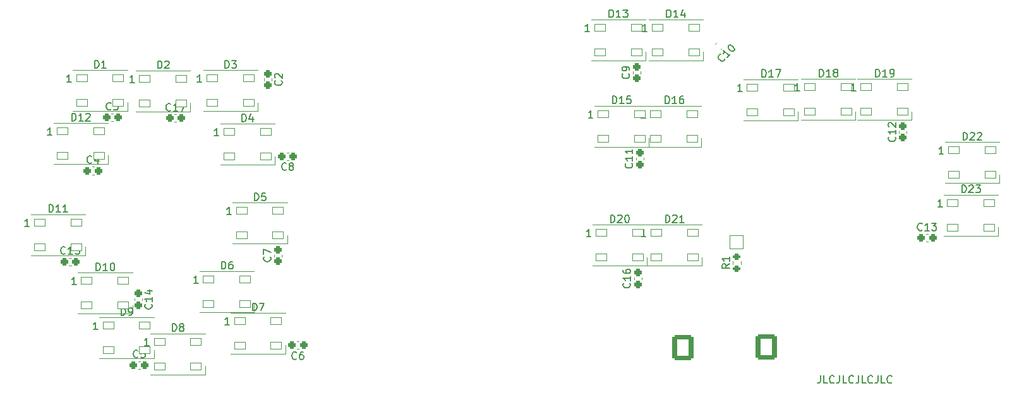
<source format=gbr>
%TF.GenerationSoftware,KiCad,Pcbnew,(6.0.9)*%
%TF.CreationDate,2023-04-01T12:37:20-08:00*%
%TF.ProjectId,FCS PANEL,46435320-5041-44e4-954c-2e6b69636164,3*%
%TF.SameCoordinates,Original*%
%TF.FileFunction,Legend,Top*%
%TF.FilePolarity,Positive*%
%FSLAX46Y46*%
G04 Gerber Fmt 4.6, Leading zero omitted, Abs format (unit mm)*
G04 Created by KiCad (PCBNEW (6.0.9)) date 2023-04-01 12:37:20*
%MOMM*%
%LPD*%
G01*
G04 APERTURE LIST*
G04 Aperture macros list*
%AMRoundRect*
0 Rectangle with rounded corners*
0 $1 Rounding radius*
0 $2 $3 $4 $5 $6 $7 $8 $9 X,Y pos of 4 corners*
0 Add a 4 corners polygon primitive as box body*
4,1,4,$2,$3,$4,$5,$6,$7,$8,$9,$2,$3,0*
0 Add four circle primitives for the rounded corners*
1,1,$1+$1,$2,$3*
1,1,$1+$1,$4,$5*
1,1,$1+$1,$6,$7*
1,1,$1+$1,$8,$9*
0 Add four rect primitives between the rounded corners*
20,1,$1+$1,$2,$3,$4,$5,0*
20,1,$1+$1,$4,$5,$6,$7,0*
20,1,$1+$1,$6,$7,$8,$9,0*
20,1,$1+$1,$8,$9,$2,$3,0*%
G04 Aperture macros list end*
%ADD10C,0.150000*%
%ADD11C,0.120000*%
%ADD12C,12.800000*%
%ADD13C,3.672000*%
%ADD14C,4.400000*%
%ADD15RoundRect,0.050000X-0.750000X-0.450000X0.750000X-0.450000X0.750000X0.450000X-0.750000X0.450000X0*%
%ADD16RoundRect,0.250000X0.275000X-0.200000X0.275000X0.200000X-0.275000X0.200000X-0.275000X-0.200000X0*%
%ADD17RoundRect,0.275000X-0.250000X0.225000X-0.250000X-0.225000X0.250000X-0.225000X0.250000X0.225000X0*%
%ADD18RoundRect,0.275000X-0.225000X-0.250000X0.225000X-0.250000X0.225000X0.250000X-0.225000X0.250000X0*%
%ADD19RoundRect,0.275000X0.225000X0.250000X-0.225000X0.250000X-0.225000X-0.250000X0.225000X-0.250000X0*%
%ADD20RoundRect,0.275000X0.250000X-0.225000X0.250000X0.225000X-0.250000X0.225000X-0.250000X-0.225000X0*%
%ADD21RoundRect,0.275000X-0.017678X0.335876X-0.335876X0.017678X0.017678X-0.335876X0.335876X-0.017678X0*%
%ADD22RoundRect,0.300001X-1.099999X-1.399999X1.099999X-1.399999X1.099999X1.399999X-1.099999X1.399999X0*%
%ADD23O,2.800000X3.400000*%
%ADD24RoundRect,0.050000X0.900000X-0.900000X0.900000X0.900000X-0.900000X0.900000X-0.900000X-0.900000X0*%
%ADD25C,1.900000*%
G04 APERTURE END LIST*
D10*
X190810952Y-96072380D02*
X190810952Y-96786666D01*
X190763333Y-96929523D01*
X190668095Y-97024761D01*
X190525238Y-97072380D01*
X190430000Y-97072380D01*
X191763333Y-97072380D02*
X191287142Y-97072380D01*
X191287142Y-96072380D01*
X192668095Y-96977142D02*
X192620476Y-97024761D01*
X192477619Y-97072380D01*
X192382380Y-97072380D01*
X192239523Y-97024761D01*
X192144285Y-96929523D01*
X192096666Y-96834285D01*
X192049047Y-96643809D01*
X192049047Y-96500952D01*
X192096666Y-96310476D01*
X192144285Y-96215238D01*
X192239523Y-96120000D01*
X192382380Y-96072380D01*
X192477619Y-96072380D01*
X192620476Y-96120000D01*
X192668095Y-96167619D01*
X193382380Y-96072380D02*
X193382380Y-96786666D01*
X193334761Y-96929523D01*
X193239523Y-97024761D01*
X193096666Y-97072380D01*
X193001428Y-97072380D01*
X194334761Y-97072380D02*
X193858571Y-97072380D01*
X193858571Y-96072380D01*
X195239523Y-96977142D02*
X195191904Y-97024761D01*
X195049047Y-97072380D01*
X194953809Y-97072380D01*
X194810952Y-97024761D01*
X194715714Y-96929523D01*
X194668095Y-96834285D01*
X194620476Y-96643809D01*
X194620476Y-96500952D01*
X194668095Y-96310476D01*
X194715714Y-96215238D01*
X194810952Y-96120000D01*
X194953809Y-96072380D01*
X195049047Y-96072380D01*
X195191904Y-96120000D01*
X195239523Y-96167619D01*
X195953809Y-96072380D02*
X195953809Y-96786666D01*
X195906190Y-96929523D01*
X195810952Y-97024761D01*
X195668095Y-97072380D01*
X195572857Y-97072380D01*
X196906190Y-97072380D02*
X196430000Y-97072380D01*
X196430000Y-96072380D01*
X197810952Y-96977142D02*
X197763333Y-97024761D01*
X197620476Y-97072380D01*
X197525238Y-97072380D01*
X197382380Y-97024761D01*
X197287142Y-96929523D01*
X197239523Y-96834285D01*
X197191904Y-96643809D01*
X197191904Y-96500952D01*
X197239523Y-96310476D01*
X197287142Y-96215238D01*
X197382380Y-96120000D01*
X197525238Y-96072380D01*
X197620476Y-96072380D01*
X197763333Y-96120000D01*
X197810952Y-96167619D01*
X198525238Y-96072380D02*
X198525238Y-96786666D01*
X198477619Y-96929523D01*
X198382380Y-97024761D01*
X198239523Y-97072380D01*
X198144285Y-97072380D01*
X199477619Y-97072380D02*
X199001428Y-97072380D01*
X199001428Y-96072380D01*
X200382380Y-96977142D02*
X200334761Y-97024761D01*
X200191904Y-97072380D01*
X200096666Y-97072380D01*
X199953809Y-97024761D01*
X199858571Y-96929523D01*
X199810952Y-96834285D01*
X199763333Y-96643809D01*
X199763333Y-96500952D01*
X199810952Y-96310476D01*
X199858571Y-96215238D01*
X199953809Y-96120000D01*
X200096666Y-96072380D01*
X200191904Y-96072380D01*
X200334761Y-96120000D01*
X200382380Y-96167619D01*
%TO.C,D1*%
X93546704Y-54762780D02*
X93546704Y-53762780D01*
X93784800Y-53762780D01*
X93927657Y-53810400D01*
X94022895Y-53905638D01*
X94070514Y-54000876D01*
X94118133Y-54191352D01*
X94118133Y-54334209D01*
X94070514Y-54524685D01*
X94022895Y-54619923D01*
X93927657Y-54715161D01*
X93784800Y-54762780D01*
X93546704Y-54762780D01*
X95070514Y-54762780D02*
X94499085Y-54762780D01*
X94784800Y-54762780D02*
X94784800Y-53762780D01*
X94689561Y-53905638D01*
X94594323Y-54000876D01*
X94499085Y-54048495D01*
X90420514Y-56662780D02*
X89849085Y-56662780D01*
X90134800Y-56662780D02*
X90134800Y-55662780D01*
X90039561Y-55805638D01*
X89944323Y-55900876D01*
X89849085Y-55948495D01*
%TO.C,D2*%
X101990904Y-54838780D02*
X101990904Y-53838780D01*
X102229000Y-53838780D01*
X102371857Y-53886400D01*
X102467095Y-53981638D01*
X102514714Y-54076876D01*
X102562333Y-54267352D01*
X102562333Y-54410209D01*
X102514714Y-54600685D01*
X102467095Y-54695923D01*
X102371857Y-54791161D01*
X102229000Y-54838780D01*
X101990904Y-54838780D01*
X102943285Y-53934019D02*
X102990904Y-53886400D01*
X103086142Y-53838780D01*
X103324238Y-53838780D01*
X103419476Y-53886400D01*
X103467095Y-53934019D01*
X103514714Y-54029257D01*
X103514714Y-54124495D01*
X103467095Y-54267352D01*
X102895666Y-54838780D01*
X103514714Y-54838780D01*
X98864714Y-56738780D02*
X98293285Y-56738780D01*
X98579000Y-56738780D02*
X98579000Y-55738780D01*
X98483761Y-55881638D01*
X98388523Y-55976876D01*
X98293285Y-56024495D01*
%TO.C,D3*%
X111009904Y-54787980D02*
X111009904Y-53787980D01*
X111248000Y-53787980D01*
X111390857Y-53835600D01*
X111486095Y-53930838D01*
X111533714Y-54026076D01*
X111581333Y-54216552D01*
X111581333Y-54359409D01*
X111533714Y-54549885D01*
X111486095Y-54645123D01*
X111390857Y-54740361D01*
X111248000Y-54787980D01*
X111009904Y-54787980D01*
X111914666Y-53787980D02*
X112533714Y-53787980D01*
X112200380Y-54168933D01*
X112343238Y-54168933D01*
X112438476Y-54216552D01*
X112486095Y-54264171D01*
X112533714Y-54359409D01*
X112533714Y-54597504D01*
X112486095Y-54692742D01*
X112438476Y-54740361D01*
X112343238Y-54787980D01*
X112057523Y-54787980D01*
X111962285Y-54740361D01*
X111914666Y-54692742D01*
X107883714Y-56687980D02*
X107312285Y-56687980D01*
X107598000Y-56687980D02*
X107598000Y-55687980D01*
X107502761Y-55830838D01*
X107407523Y-55926076D01*
X107312285Y-55973695D01*
%TO.C,D4*%
X113307904Y-61976380D02*
X113307904Y-60976380D01*
X113546000Y-60976380D01*
X113688857Y-61024000D01*
X113784095Y-61119238D01*
X113831714Y-61214476D01*
X113879333Y-61404952D01*
X113879333Y-61547809D01*
X113831714Y-61738285D01*
X113784095Y-61833523D01*
X113688857Y-61928761D01*
X113546000Y-61976380D01*
X113307904Y-61976380D01*
X114736476Y-61309714D02*
X114736476Y-61976380D01*
X114498380Y-60928761D02*
X114260285Y-61643047D01*
X114879333Y-61643047D01*
X110181714Y-63876380D02*
X109610285Y-63876380D01*
X109896000Y-63876380D02*
X109896000Y-62876380D01*
X109800761Y-63019238D01*
X109705523Y-63114476D01*
X109610285Y-63162095D01*
%TO.C,D5*%
X114972904Y-72567980D02*
X114972904Y-71567980D01*
X115211000Y-71567980D01*
X115353857Y-71615600D01*
X115449095Y-71710838D01*
X115496714Y-71806076D01*
X115544333Y-71996552D01*
X115544333Y-72139409D01*
X115496714Y-72329885D01*
X115449095Y-72425123D01*
X115353857Y-72520361D01*
X115211000Y-72567980D01*
X114972904Y-72567980D01*
X116449095Y-71567980D02*
X115972904Y-71567980D01*
X115925285Y-72044171D01*
X115972904Y-71996552D01*
X116068142Y-71948933D01*
X116306238Y-71948933D01*
X116401476Y-71996552D01*
X116449095Y-72044171D01*
X116496714Y-72139409D01*
X116496714Y-72377504D01*
X116449095Y-72472742D01*
X116401476Y-72520361D01*
X116306238Y-72567980D01*
X116068142Y-72567980D01*
X115972904Y-72520361D01*
X115925285Y-72472742D01*
X111846714Y-74467980D02*
X111275285Y-74467980D01*
X111561000Y-74467980D02*
X111561000Y-73467980D01*
X111465761Y-73610838D01*
X111370523Y-73706076D01*
X111275285Y-73753695D01*
%TO.C,D6*%
X110552904Y-81762780D02*
X110552904Y-80762780D01*
X110791000Y-80762780D01*
X110933857Y-80810400D01*
X111029095Y-80905638D01*
X111076714Y-81000876D01*
X111124333Y-81191352D01*
X111124333Y-81334209D01*
X111076714Y-81524685D01*
X111029095Y-81619923D01*
X110933857Y-81715161D01*
X110791000Y-81762780D01*
X110552904Y-81762780D01*
X111981476Y-80762780D02*
X111791000Y-80762780D01*
X111695761Y-80810400D01*
X111648142Y-80858019D01*
X111552904Y-81000876D01*
X111505285Y-81191352D01*
X111505285Y-81572304D01*
X111552904Y-81667542D01*
X111600523Y-81715161D01*
X111695761Y-81762780D01*
X111886238Y-81762780D01*
X111981476Y-81715161D01*
X112029095Y-81667542D01*
X112076714Y-81572304D01*
X112076714Y-81334209D01*
X112029095Y-81238971D01*
X111981476Y-81191352D01*
X111886238Y-81143733D01*
X111695761Y-81143733D01*
X111600523Y-81191352D01*
X111552904Y-81238971D01*
X111505285Y-81334209D01*
X107426714Y-83662780D02*
X106855285Y-83662780D01*
X107141000Y-83662780D02*
X107141000Y-82662780D01*
X107045761Y-82805638D01*
X106950523Y-82900876D01*
X106855285Y-82948495D01*
%TO.C,D7*%
X114718904Y-87350780D02*
X114718904Y-86350780D01*
X114957000Y-86350780D01*
X115099857Y-86398400D01*
X115195095Y-86493638D01*
X115242714Y-86588876D01*
X115290333Y-86779352D01*
X115290333Y-86922209D01*
X115242714Y-87112685D01*
X115195095Y-87207923D01*
X115099857Y-87303161D01*
X114957000Y-87350780D01*
X114718904Y-87350780D01*
X115623666Y-86350780D02*
X116290333Y-86350780D01*
X115861761Y-87350780D01*
X111592714Y-89250780D02*
X111021285Y-89250780D01*
X111307000Y-89250780D02*
X111307000Y-88250780D01*
X111211761Y-88393638D01*
X111116523Y-88488876D01*
X111021285Y-88536495D01*
%TO.C,D8*%
X103960904Y-90119580D02*
X103960904Y-89119580D01*
X104199000Y-89119580D01*
X104341857Y-89167200D01*
X104437095Y-89262438D01*
X104484714Y-89357676D01*
X104532333Y-89548152D01*
X104532333Y-89691009D01*
X104484714Y-89881485D01*
X104437095Y-89976723D01*
X104341857Y-90071961D01*
X104199000Y-90119580D01*
X103960904Y-90119580D01*
X105103761Y-89548152D02*
X105008523Y-89500533D01*
X104960904Y-89452914D01*
X104913285Y-89357676D01*
X104913285Y-89310057D01*
X104960904Y-89214819D01*
X105008523Y-89167200D01*
X105103761Y-89119580D01*
X105294238Y-89119580D01*
X105389476Y-89167200D01*
X105437095Y-89214819D01*
X105484714Y-89310057D01*
X105484714Y-89357676D01*
X105437095Y-89452914D01*
X105389476Y-89500533D01*
X105294238Y-89548152D01*
X105103761Y-89548152D01*
X105008523Y-89595771D01*
X104960904Y-89643390D01*
X104913285Y-89738628D01*
X104913285Y-89929104D01*
X104960904Y-90024342D01*
X105008523Y-90071961D01*
X105103761Y-90119580D01*
X105294238Y-90119580D01*
X105389476Y-90071961D01*
X105437095Y-90024342D01*
X105484714Y-89929104D01*
X105484714Y-89738628D01*
X105437095Y-89643390D01*
X105389476Y-89595771D01*
X105294238Y-89548152D01*
X100834714Y-92019580D02*
X100263285Y-92019580D01*
X100549000Y-92019580D02*
X100549000Y-91019580D01*
X100453761Y-91162438D01*
X100358523Y-91257676D01*
X100263285Y-91305295D01*
%TO.C,D9*%
X97102704Y-87985980D02*
X97102704Y-86985980D01*
X97340800Y-86985980D01*
X97483657Y-87033600D01*
X97578895Y-87128838D01*
X97626514Y-87224076D01*
X97674133Y-87414552D01*
X97674133Y-87557409D01*
X97626514Y-87747885D01*
X97578895Y-87843123D01*
X97483657Y-87938361D01*
X97340800Y-87985980D01*
X97102704Y-87985980D01*
X98150323Y-87985980D02*
X98340800Y-87985980D01*
X98436038Y-87938361D01*
X98483657Y-87890742D01*
X98578895Y-87747885D01*
X98626514Y-87557409D01*
X98626514Y-87176457D01*
X98578895Y-87081219D01*
X98531276Y-87033600D01*
X98436038Y-86985980D01*
X98245561Y-86985980D01*
X98150323Y-87033600D01*
X98102704Y-87081219D01*
X98055085Y-87176457D01*
X98055085Y-87414552D01*
X98102704Y-87509790D01*
X98150323Y-87557409D01*
X98245561Y-87605028D01*
X98436038Y-87605028D01*
X98531276Y-87557409D01*
X98578895Y-87509790D01*
X98626514Y-87414552D01*
X93976514Y-89885980D02*
X93405085Y-89885980D01*
X93690800Y-89885980D02*
X93690800Y-88885980D01*
X93595561Y-89028838D01*
X93500323Y-89124076D01*
X93405085Y-89171695D01*
%TO.C,D10*%
X93742514Y-81965980D02*
X93742514Y-80965980D01*
X93980609Y-80965980D01*
X94123466Y-81013600D01*
X94218704Y-81108838D01*
X94266323Y-81204076D01*
X94313942Y-81394552D01*
X94313942Y-81537409D01*
X94266323Y-81727885D01*
X94218704Y-81823123D01*
X94123466Y-81918361D01*
X93980609Y-81965980D01*
X93742514Y-81965980D01*
X95266323Y-81965980D02*
X94694895Y-81965980D01*
X94980609Y-81965980D02*
X94980609Y-80965980D01*
X94885371Y-81108838D01*
X94790133Y-81204076D01*
X94694895Y-81251695D01*
X95885371Y-80965980D02*
X95980609Y-80965980D01*
X96075847Y-81013600D01*
X96123466Y-81061219D01*
X96171085Y-81156457D01*
X96218704Y-81346933D01*
X96218704Y-81585028D01*
X96171085Y-81775504D01*
X96123466Y-81870742D01*
X96075847Y-81918361D01*
X95980609Y-81965980D01*
X95885371Y-81965980D01*
X95790133Y-81918361D01*
X95742514Y-81870742D01*
X95694895Y-81775504D01*
X95647276Y-81585028D01*
X95647276Y-81346933D01*
X95694895Y-81156457D01*
X95742514Y-81061219D01*
X95790133Y-81013600D01*
X95885371Y-80965980D01*
X91092514Y-83865980D02*
X90521085Y-83865980D01*
X90806800Y-83865980D02*
X90806800Y-82865980D01*
X90711561Y-83008838D01*
X90616323Y-83104076D01*
X90521085Y-83151695D01*
%TO.C,D11*%
X87431714Y-74117580D02*
X87431714Y-73117580D01*
X87669809Y-73117580D01*
X87812666Y-73165200D01*
X87907904Y-73260438D01*
X87955523Y-73355676D01*
X88003142Y-73546152D01*
X88003142Y-73689009D01*
X87955523Y-73879485D01*
X87907904Y-73974723D01*
X87812666Y-74069961D01*
X87669809Y-74117580D01*
X87431714Y-74117580D01*
X88955523Y-74117580D02*
X88384095Y-74117580D01*
X88669809Y-74117580D02*
X88669809Y-73117580D01*
X88574571Y-73260438D01*
X88479333Y-73355676D01*
X88384095Y-73403295D01*
X89907904Y-74117580D02*
X89336476Y-74117580D01*
X89622190Y-74117580D02*
X89622190Y-73117580D01*
X89526952Y-73260438D01*
X89431714Y-73355676D01*
X89336476Y-73403295D01*
X84781714Y-76017580D02*
X84210285Y-76017580D01*
X84496000Y-76017580D02*
X84496000Y-75017580D01*
X84400761Y-75160438D01*
X84305523Y-75255676D01*
X84210285Y-75303295D01*
%TO.C,D12*%
X90479714Y-61874780D02*
X90479714Y-60874780D01*
X90717809Y-60874780D01*
X90860666Y-60922400D01*
X90955904Y-61017638D01*
X91003523Y-61112876D01*
X91051142Y-61303352D01*
X91051142Y-61446209D01*
X91003523Y-61636685D01*
X90955904Y-61731923D01*
X90860666Y-61827161D01*
X90717809Y-61874780D01*
X90479714Y-61874780D01*
X92003523Y-61874780D02*
X91432095Y-61874780D01*
X91717809Y-61874780D02*
X91717809Y-60874780D01*
X91622571Y-61017638D01*
X91527333Y-61112876D01*
X91432095Y-61160495D01*
X92384476Y-60970019D02*
X92432095Y-60922400D01*
X92527333Y-60874780D01*
X92765428Y-60874780D01*
X92860666Y-60922400D01*
X92908285Y-60970019D01*
X92955904Y-61065257D01*
X92955904Y-61160495D01*
X92908285Y-61303352D01*
X92336857Y-61874780D01*
X92955904Y-61874780D01*
X87829714Y-63774780D02*
X87258285Y-63774780D01*
X87544000Y-63774780D02*
X87544000Y-62774780D01*
X87448761Y-62917638D01*
X87353523Y-63012876D01*
X87258285Y-63060495D01*
%TO.C,D13*%
X162525714Y-47980780D02*
X162525714Y-46980780D01*
X162763809Y-46980780D01*
X162906666Y-47028400D01*
X163001904Y-47123638D01*
X163049523Y-47218876D01*
X163097142Y-47409352D01*
X163097142Y-47552209D01*
X163049523Y-47742685D01*
X163001904Y-47837923D01*
X162906666Y-47933161D01*
X162763809Y-47980780D01*
X162525714Y-47980780D01*
X164049523Y-47980780D02*
X163478095Y-47980780D01*
X163763809Y-47980780D02*
X163763809Y-46980780D01*
X163668571Y-47123638D01*
X163573333Y-47218876D01*
X163478095Y-47266495D01*
X164382857Y-46980780D02*
X165001904Y-46980780D01*
X164668571Y-47361733D01*
X164811428Y-47361733D01*
X164906666Y-47409352D01*
X164954285Y-47456971D01*
X165001904Y-47552209D01*
X165001904Y-47790304D01*
X164954285Y-47885542D01*
X164906666Y-47933161D01*
X164811428Y-47980780D01*
X164525714Y-47980780D01*
X164430476Y-47933161D01*
X164382857Y-47885542D01*
X159875714Y-49880780D02*
X159304285Y-49880780D01*
X159590000Y-49880780D02*
X159590000Y-48880780D01*
X159494761Y-49023638D01*
X159399523Y-49118876D01*
X159304285Y-49166495D01*
%TO.C,D14*%
X170223714Y-47981180D02*
X170223714Y-46981180D01*
X170461809Y-46981180D01*
X170604666Y-47028800D01*
X170699904Y-47124038D01*
X170747523Y-47219276D01*
X170795142Y-47409752D01*
X170795142Y-47552609D01*
X170747523Y-47743085D01*
X170699904Y-47838323D01*
X170604666Y-47933561D01*
X170461809Y-47981180D01*
X170223714Y-47981180D01*
X171747523Y-47981180D02*
X171176095Y-47981180D01*
X171461809Y-47981180D02*
X171461809Y-46981180D01*
X171366571Y-47124038D01*
X171271333Y-47219276D01*
X171176095Y-47266895D01*
X172604666Y-47314514D02*
X172604666Y-47981180D01*
X172366571Y-46933561D02*
X172128476Y-47647847D01*
X172747523Y-47647847D01*
X167573714Y-49881180D02*
X167002285Y-49881180D01*
X167288000Y-49881180D02*
X167288000Y-48881180D01*
X167192761Y-49024038D01*
X167097523Y-49119276D01*
X167002285Y-49166895D01*
%TO.C,D15*%
X162959714Y-59563180D02*
X162959714Y-58563180D01*
X163197809Y-58563180D01*
X163340666Y-58610800D01*
X163435904Y-58706038D01*
X163483523Y-58801276D01*
X163531142Y-58991752D01*
X163531142Y-59134609D01*
X163483523Y-59325085D01*
X163435904Y-59420323D01*
X163340666Y-59515561D01*
X163197809Y-59563180D01*
X162959714Y-59563180D01*
X164483523Y-59563180D02*
X163912095Y-59563180D01*
X164197809Y-59563180D02*
X164197809Y-58563180D01*
X164102571Y-58706038D01*
X164007333Y-58801276D01*
X163912095Y-58848895D01*
X165388285Y-58563180D02*
X164912095Y-58563180D01*
X164864476Y-59039371D01*
X164912095Y-58991752D01*
X165007333Y-58944133D01*
X165245428Y-58944133D01*
X165340666Y-58991752D01*
X165388285Y-59039371D01*
X165435904Y-59134609D01*
X165435904Y-59372704D01*
X165388285Y-59467942D01*
X165340666Y-59515561D01*
X165245428Y-59563180D01*
X165007333Y-59563180D01*
X164912095Y-59515561D01*
X164864476Y-59467942D01*
X160309714Y-61463180D02*
X159738285Y-61463180D01*
X160024000Y-61463180D02*
X160024000Y-60463180D01*
X159928761Y-60606038D01*
X159833523Y-60701276D01*
X159738285Y-60748895D01*
%TO.C,D16*%
X170020714Y-59563580D02*
X170020714Y-58563580D01*
X170258809Y-58563580D01*
X170401666Y-58611200D01*
X170496904Y-58706438D01*
X170544523Y-58801676D01*
X170592142Y-58992152D01*
X170592142Y-59135009D01*
X170544523Y-59325485D01*
X170496904Y-59420723D01*
X170401666Y-59515961D01*
X170258809Y-59563580D01*
X170020714Y-59563580D01*
X171544523Y-59563580D02*
X170973095Y-59563580D01*
X171258809Y-59563580D02*
X171258809Y-58563580D01*
X171163571Y-58706438D01*
X171068333Y-58801676D01*
X170973095Y-58849295D01*
X172401666Y-58563580D02*
X172211190Y-58563580D01*
X172115952Y-58611200D01*
X172068333Y-58658819D01*
X171973095Y-58801676D01*
X171925476Y-58992152D01*
X171925476Y-59373104D01*
X171973095Y-59468342D01*
X172020714Y-59515961D01*
X172115952Y-59563580D01*
X172306428Y-59563580D01*
X172401666Y-59515961D01*
X172449285Y-59468342D01*
X172496904Y-59373104D01*
X172496904Y-59135009D01*
X172449285Y-59039771D01*
X172401666Y-58992152D01*
X172306428Y-58944533D01*
X172115952Y-58944533D01*
X172020714Y-58992152D01*
X171973095Y-59039771D01*
X171925476Y-59135009D01*
X167370714Y-61463580D02*
X166799285Y-61463580D01*
X167085000Y-61463580D02*
X167085000Y-60463580D01*
X166989761Y-60606438D01*
X166894523Y-60701676D01*
X166799285Y-60749295D01*
%TO.C,D17*%
X182974714Y-56007580D02*
X182974714Y-55007580D01*
X183212809Y-55007580D01*
X183355666Y-55055200D01*
X183450904Y-55150438D01*
X183498523Y-55245676D01*
X183546142Y-55436152D01*
X183546142Y-55579009D01*
X183498523Y-55769485D01*
X183450904Y-55864723D01*
X183355666Y-55959961D01*
X183212809Y-56007580D01*
X182974714Y-56007580D01*
X184498523Y-56007580D02*
X183927095Y-56007580D01*
X184212809Y-56007580D02*
X184212809Y-55007580D01*
X184117571Y-55150438D01*
X184022333Y-55245676D01*
X183927095Y-55293295D01*
X184831857Y-55007580D02*
X185498523Y-55007580D01*
X185069952Y-56007580D01*
X180324714Y-57907580D02*
X179753285Y-57907580D01*
X180039000Y-57907580D02*
X180039000Y-56907580D01*
X179943761Y-57050438D01*
X179848523Y-57145676D01*
X179753285Y-57193295D01*
%TO.C,D18*%
X190668714Y-55956380D02*
X190668714Y-54956380D01*
X190906809Y-54956380D01*
X191049666Y-55004000D01*
X191144904Y-55099238D01*
X191192523Y-55194476D01*
X191240142Y-55384952D01*
X191240142Y-55527809D01*
X191192523Y-55718285D01*
X191144904Y-55813523D01*
X191049666Y-55908761D01*
X190906809Y-55956380D01*
X190668714Y-55956380D01*
X192192523Y-55956380D02*
X191621095Y-55956380D01*
X191906809Y-55956380D02*
X191906809Y-54956380D01*
X191811571Y-55099238D01*
X191716333Y-55194476D01*
X191621095Y-55242095D01*
X192763952Y-55384952D02*
X192668714Y-55337333D01*
X192621095Y-55289714D01*
X192573476Y-55194476D01*
X192573476Y-55146857D01*
X192621095Y-55051619D01*
X192668714Y-55004000D01*
X192763952Y-54956380D01*
X192954428Y-54956380D01*
X193049666Y-55004000D01*
X193097285Y-55051619D01*
X193144904Y-55146857D01*
X193144904Y-55194476D01*
X193097285Y-55289714D01*
X193049666Y-55337333D01*
X192954428Y-55384952D01*
X192763952Y-55384952D01*
X192668714Y-55432571D01*
X192621095Y-55480190D01*
X192573476Y-55575428D01*
X192573476Y-55765904D01*
X192621095Y-55861142D01*
X192668714Y-55908761D01*
X192763952Y-55956380D01*
X192954428Y-55956380D01*
X193049666Y-55908761D01*
X193097285Y-55861142D01*
X193144904Y-55765904D01*
X193144904Y-55575428D01*
X193097285Y-55480190D01*
X193049666Y-55432571D01*
X192954428Y-55384952D01*
X188018714Y-57856380D02*
X187447285Y-57856380D01*
X187733000Y-57856380D02*
X187733000Y-56856380D01*
X187637761Y-56999238D01*
X187542523Y-57094476D01*
X187447285Y-57142095D01*
%TO.C,D19*%
X198214714Y-55956380D02*
X198214714Y-54956380D01*
X198452809Y-54956380D01*
X198595666Y-55004000D01*
X198690904Y-55099238D01*
X198738523Y-55194476D01*
X198786142Y-55384952D01*
X198786142Y-55527809D01*
X198738523Y-55718285D01*
X198690904Y-55813523D01*
X198595666Y-55908761D01*
X198452809Y-55956380D01*
X198214714Y-55956380D01*
X199738523Y-55956380D02*
X199167095Y-55956380D01*
X199452809Y-55956380D02*
X199452809Y-54956380D01*
X199357571Y-55099238D01*
X199262333Y-55194476D01*
X199167095Y-55242095D01*
X200214714Y-55956380D02*
X200405190Y-55956380D01*
X200500428Y-55908761D01*
X200548047Y-55861142D01*
X200643285Y-55718285D01*
X200690904Y-55527809D01*
X200690904Y-55146857D01*
X200643285Y-55051619D01*
X200595666Y-55004000D01*
X200500428Y-54956380D01*
X200309952Y-54956380D01*
X200214714Y-55004000D01*
X200167095Y-55051619D01*
X200119476Y-55146857D01*
X200119476Y-55384952D01*
X200167095Y-55480190D01*
X200214714Y-55527809D01*
X200309952Y-55575428D01*
X200500428Y-55575428D01*
X200595666Y-55527809D01*
X200643285Y-55480190D01*
X200690904Y-55384952D01*
X195564714Y-57856380D02*
X194993285Y-57856380D01*
X195279000Y-57856380D02*
X195279000Y-56856380D01*
X195183761Y-56999238D01*
X195088523Y-57094476D01*
X194993285Y-57142095D01*
%TO.C,D20*%
X162705714Y-75514780D02*
X162705714Y-74514780D01*
X162943809Y-74514780D01*
X163086666Y-74562400D01*
X163181904Y-74657638D01*
X163229523Y-74752876D01*
X163277142Y-74943352D01*
X163277142Y-75086209D01*
X163229523Y-75276685D01*
X163181904Y-75371923D01*
X163086666Y-75467161D01*
X162943809Y-75514780D01*
X162705714Y-75514780D01*
X163658095Y-74610019D02*
X163705714Y-74562400D01*
X163800952Y-74514780D01*
X164039047Y-74514780D01*
X164134285Y-74562400D01*
X164181904Y-74610019D01*
X164229523Y-74705257D01*
X164229523Y-74800495D01*
X164181904Y-74943352D01*
X163610476Y-75514780D01*
X164229523Y-75514780D01*
X164848571Y-74514780D02*
X164943809Y-74514780D01*
X165039047Y-74562400D01*
X165086666Y-74610019D01*
X165134285Y-74705257D01*
X165181904Y-74895733D01*
X165181904Y-75133828D01*
X165134285Y-75324304D01*
X165086666Y-75419542D01*
X165039047Y-75467161D01*
X164943809Y-75514780D01*
X164848571Y-75514780D01*
X164753333Y-75467161D01*
X164705714Y-75419542D01*
X164658095Y-75324304D01*
X164610476Y-75133828D01*
X164610476Y-74895733D01*
X164658095Y-74705257D01*
X164705714Y-74610019D01*
X164753333Y-74562400D01*
X164848571Y-74514780D01*
X160055714Y-77414780D02*
X159484285Y-77414780D01*
X159770000Y-77414780D02*
X159770000Y-76414780D01*
X159674761Y-76557638D01*
X159579523Y-76652876D01*
X159484285Y-76700495D01*
%TO.C,D21*%
X170071714Y-75514380D02*
X170071714Y-74514380D01*
X170309809Y-74514380D01*
X170452666Y-74562000D01*
X170547904Y-74657238D01*
X170595523Y-74752476D01*
X170643142Y-74942952D01*
X170643142Y-75085809D01*
X170595523Y-75276285D01*
X170547904Y-75371523D01*
X170452666Y-75466761D01*
X170309809Y-75514380D01*
X170071714Y-75514380D01*
X171024095Y-74609619D02*
X171071714Y-74562000D01*
X171166952Y-74514380D01*
X171405047Y-74514380D01*
X171500285Y-74562000D01*
X171547904Y-74609619D01*
X171595523Y-74704857D01*
X171595523Y-74800095D01*
X171547904Y-74942952D01*
X170976476Y-75514380D01*
X171595523Y-75514380D01*
X172547904Y-75514380D02*
X171976476Y-75514380D01*
X172262190Y-75514380D02*
X172262190Y-74514380D01*
X172166952Y-74657238D01*
X172071714Y-74752476D01*
X171976476Y-74800095D01*
X167421714Y-77414380D02*
X166850285Y-77414380D01*
X167136000Y-77414380D02*
X167136000Y-76414380D01*
X167040761Y-76557238D01*
X166945523Y-76652476D01*
X166850285Y-76700095D01*
%TO.C,D22*%
X209949714Y-64439980D02*
X209949714Y-63439980D01*
X210187809Y-63439980D01*
X210330666Y-63487600D01*
X210425904Y-63582838D01*
X210473523Y-63678076D01*
X210521142Y-63868552D01*
X210521142Y-64011409D01*
X210473523Y-64201885D01*
X210425904Y-64297123D01*
X210330666Y-64392361D01*
X210187809Y-64439980D01*
X209949714Y-64439980D01*
X210902095Y-63535219D02*
X210949714Y-63487600D01*
X211044952Y-63439980D01*
X211283047Y-63439980D01*
X211378285Y-63487600D01*
X211425904Y-63535219D01*
X211473523Y-63630457D01*
X211473523Y-63725695D01*
X211425904Y-63868552D01*
X210854476Y-64439980D01*
X211473523Y-64439980D01*
X211854476Y-63535219D02*
X211902095Y-63487600D01*
X211997333Y-63439980D01*
X212235428Y-63439980D01*
X212330666Y-63487600D01*
X212378285Y-63535219D01*
X212425904Y-63630457D01*
X212425904Y-63725695D01*
X212378285Y-63868552D01*
X211806857Y-64439980D01*
X212425904Y-64439980D01*
X207299714Y-66339980D02*
X206728285Y-66339980D01*
X207014000Y-66339980D02*
X207014000Y-65339980D01*
X206918761Y-65482838D01*
X206823523Y-65578076D01*
X206728285Y-65625695D01*
%TO.C,D23*%
X209797714Y-71501180D02*
X209797714Y-70501180D01*
X210035809Y-70501180D01*
X210178666Y-70548800D01*
X210273904Y-70644038D01*
X210321523Y-70739276D01*
X210369142Y-70929752D01*
X210369142Y-71072609D01*
X210321523Y-71263085D01*
X210273904Y-71358323D01*
X210178666Y-71453561D01*
X210035809Y-71501180D01*
X209797714Y-71501180D01*
X210750095Y-70596419D02*
X210797714Y-70548800D01*
X210892952Y-70501180D01*
X211131047Y-70501180D01*
X211226285Y-70548800D01*
X211273904Y-70596419D01*
X211321523Y-70691657D01*
X211321523Y-70786895D01*
X211273904Y-70929752D01*
X210702476Y-71501180D01*
X211321523Y-71501180D01*
X211654857Y-70501180D02*
X212273904Y-70501180D01*
X211940571Y-70882133D01*
X212083428Y-70882133D01*
X212178666Y-70929752D01*
X212226285Y-70977371D01*
X212273904Y-71072609D01*
X212273904Y-71310704D01*
X212226285Y-71405942D01*
X212178666Y-71453561D01*
X212083428Y-71501180D01*
X211797714Y-71501180D01*
X211702476Y-71453561D01*
X211654857Y-71405942D01*
X207147714Y-73401180D02*
X206576285Y-73401180D01*
X206862000Y-73401180D02*
X206862000Y-72401180D01*
X206766761Y-72544038D01*
X206671523Y-72639276D01*
X206576285Y-72686895D01*
%TO.C,R1*%
X178643380Y-81073366D02*
X178167190Y-81406700D01*
X178643380Y-81644795D02*
X177643380Y-81644795D01*
X177643380Y-81263842D01*
X177691000Y-81168604D01*
X177738619Y-81120985D01*
X177833857Y-81073366D01*
X177976714Y-81073366D01*
X178071952Y-81120985D01*
X178119571Y-81168604D01*
X178167190Y-81263842D01*
X178167190Y-81644795D01*
X178643380Y-80120985D02*
X178643380Y-80692414D01*
X178643380Y-80406700D02*
X177643380Y-80406700D01*
X177786238Y-80501938D01*
X177881476Y-80597176D01*
X177929095Y-80692414D01*
%TO.C,C2*%
X118576142Y-56488666D02*
X118623761Y-56536285D01*
X118671380Y-56679142D01*
X118671380Y-56774380D01*
X118623761Y-56917238D01*
X118528523Y-57012476D01*
X118433285Y-57060095D01*
X118242809Y-57107714D01*
X118099952Y-57107714D01*
X117909476Y-57060095D01*
X117814238Y-57012476D01*
X117719000Y-56917238D01*
X117671380Y-56774380D01*
X117671380Y-56679142D01*
X117719000Y-56536285D01*
X117766619Y-56488666D01*
X117766619Y-56107714D02*
X117719000Y-56060095D01*
X117671380Y-55964857D01*
X117671380Y-55726761D01*
X117719000Y-55631523D01*
X117766619Y-55583904D01*
X117861857Y-55536285D01*
X117957095Y-55536285D01*
X118099952Y-55583904D01*
X118671380Y-56155333D01*
X118671380Y-55536285D01*
%TO.C,C3*%
X95751233Y-60324042D02*
X95703614Y-60371661D01*
X95560757Y-60419280D01*
X95465519Y-60419280D01*
X95322661Y-60371661D01*
X95227423Y-60276423D01*
X95179804Y-60181185D01*
X95132185Y-59990709D01*
X95132185Y-59847852D01*
X95179804Y-59657376D01*
X95227423Y-59562138D01*
X95322661Y-59466900D01*
X95465519Y-59419280D01*
X95560757Y-59419280D01*
X95703614Y-59466900D01*
X95751233Y-59514519D01*
X96084566Y-59419280D02*
X96703614Y-59419280D01*
X96370280Y-59800233D01*
X96513138Y-59800233D01*
X96608376Y-59847852D01*
X96655995Y-59895471D01*
X96703614Y-59990709D01*
X96703614Y-60228804D01*
X96655995Y-60324042D01*
X96608376Y-60371661D01*
X96513138Y-60419280D01*
X96227423Y-60419280D01*
X96132185Y-60371661D01*
X96084566Y-60324042D01*
%TO.C,C4*%
X93163033Y-67489342D02*
X93115414Y-67536961D01*
X92972557Y-67584580D01*
X92877319Y-67584580D01*
X92734461Y-67536961D01*
X92639223Y-67441723D01*
X92591604Y-67346485D01*
X92543985Y-67156009D01*
X92543985Y-67013152D01*
X92591604Y-66822676D01*
X92639223Y-66727438D01*
X92734461Y-66632200D01*
X92877319Y-66584580D01*
X92972557Y-66584580D01*
X93115414Y-66632200D01*
X93163033Y-66679819D01*
X94020176Y-66917914D02*
X94020176Y-67584580D01*
X93782080Y-66536961D02*
X93543985Y-67251247D01*
X94163033Y-67251247D01*
%TO.C,C5*%
X99347933Y-93570042D02*
X99300314Y-93617661D01*
X99157457Y-93665280D01*
X99062219Y-93665280D01*
X98919361Y-93617661D01*
X98824123Y-93522423D01*
X98776504Y-93427185D01*
X98728885Y-93236709D01*
X98728885Y-93093852D01*
X98776504Y-92903376D01*
X98824123Y-92808138D01*
X98919361Y-92712900D01*
X99062219Y-92665280D01*
X99157457Y-92665280D01*
X99300314Y-92712900D01*
X99347933Y-92760519D01*
X100252695Y-92665280D02*
X99776504Y-92665280D01*
X99728885Y-93141471D01*
X99776504Y-93093852D01*
X99871742Y-93046233D01*
X100109838Y-93046233D01*
X100205076Y-93093852D01*
X100252695Y-93141471D01*
X100300314Y-93236709D01*
X100300314Y-93474804D01*
X100252695Y-93570042D01*
X100205076Y-93617661D01*
X100109838Y-93665280D01*
X99871742Y-93665280D01*
X99776504Y-93617661D01*
X99728885Y-93570042D01*
%TO.C,C6*%
X120613333Y-93791042D02*
X120565714Y-93838661D01*
X120422857Y-93886280D01*
X120327619Y-93886280D01*
X120184761Y-93838661D01*
X120089523Y-93743423D01*
X120041904Y-93648185D01*
X119994285Y-93457709D01*
X119994285Y-93314852D01*
X120041904Y-93124376D01*
X120089523Y-93029138D01*
X120184761Y-92933900D01*
X120327619Y-92886280D01*
X120422857Y-92886280D01*
X120565714Y-92933900D01*
X120613333Y-92981519D01*
X121470476Y-92886280D02*
X121280000Y-92886280D01*
X121184761Y-92933900D01*
X121137142Y-92981519D01*
X121041904Y-93124376D01*
X120994285Y-93314852D01*
X120994285Y-93695804D01*
X121041904Y-93791042D01*
X121089523Y-93838661D01*
X121184761Y-93886280D01*
X121375238Y-93886280D01*
X121470476Y-93838661D01*
X121518095Y-93791042D01*
X121565714Y-93695804D01*
X121565714Y-93457709D01*
X121518095Y-93362471D01*
X121470476Y-93314852D01*
X121375238Y-93267233D01*
X121184761Y-93267233D01*
X121089523Y-93314852D01*
X121041904Y-93362471D01*
X120994285Y-93457709D01*
%TO.C,C7*%
X117075142Y-80133566D02*
X117122761Y-80181185D01*
X117170380Y-80324042D01*
X117170380Y-80419280D01*
X117122761Y-80562138D01*
X117027523Y-80657376D01*
X116932285Y-80704995D01*
X116741809Y-80752614D01*
X116598952Y-80752614D01*
X116408476Y-80704995D01*
X116313238Y-80657376D01*
X116218000Y-80562138D01*
X116170380Y-80419280D01*
X116170380Y-80324042D01*
X116218000Y-80181185D01*
X116265619Y-80133566D01*
X116170380Y-79800233D02*
X116170380Y-79133566D01*
X117170380Y-79562138D01*
%TO.C,C8*%
X119241333Y-68403742D02*
X119193714Y-68451361D01*
X119050857Y-68498980D01*
X118955619Y-68498980D01*
X118812761Y-68451361D01*
X118717523Y-68356123D01*
X118669904Y-68260885D01*
X118622285Y-68070409D01*
X118622285Y-67927552D01*
X118669904Y-67737076D01*
X118717523Y-67641838D01*
X118812761Y-67546600D01*
X118955619Y-67498980D01*
X119050857Y-67498980D01*
X119193714Y-67546600D01*
X119241333Y-67594219D01*
X119812761Y-67927552D02*
X119717523Y-67879933D01*
X119669904Y-67832314D01*
X119622285Y-67737076D01*
X119622285Y-67689457D01*
X119669904Y-67594219D01*
X119717523Y-67546600D01*
X119812761Y-67498980D01*
X120003238Y-67498980D01*
X120098476Y-67546600D01*
X120146095Y-67594219D01*
X120193714Y-67689457D01*
X120193714Y-67737076D01*
X120146095Y-67832314D01*
X120098476Y-67879933D01*
X120003238Y-67927552D01*
X119812761Y-67927552D01*
X119717523Y-67975171D01*
X119669904Y-68022790D01*
X119622285Y-68118028D01*
X119622285Y-68308504D01*
X119669904Y-68403742D01*
X119717523Y-68451361D01*
X119812761Y-68498980D01*
X120003238Y-68498980D01*
X120098476Y-68451361D01*
X120146095Y-68403742D01*
X120193714Y-68308504D01*
X120193714Y-68118028D01*
X120146095Y-68022790D01*
X120098476Y-67975171D01*
X120003238Y-67927552D01*
%TO.C,C9*%
X165129142Y-55548766D02*
X165176761Y-55596385D01*
X165224380Y-55739242D01*
X165224380Y-55834480D01*
X165176761Y-55977338D01*
X165081523Y-56072576D01*
X164986285Y-56120195D01*
X164795809Y-56167814D01*
X164652952Y-56167814D01*
X164462476Y-56120195D01*
X164367238Y-56072576D01*
X164272000Y-55977338D01*
X164224380Y-55834480D01*
X164224380Y-55739242D01*
X164272000Y-55596385D01*
X164319619Y-55548766D01*
X165224380Y-55072576D02*
X165224380Y-54882100D01*
X165176761Y-54786861D01*
X165129142Y-54739242D01*
X164986285Y-54644004D01*
X164795809Y-54596385D01*
X164414857Y-54596385D01*
X164319619Y-54644004D01*
X164272000Y-54691623D01*
X164224380Y-54786861D01*
X164224380Y-54977338D01*
X164272000Y-55072576D01*
X164319619Y-55120195D01*
X164414857Y-55167814D01*
X164652952Y-55167814D01*
X164748190Y-55120195D01*
X164795809Y-55072576D01*
X164843428Y-54977338D01*
X164843428Y-54786861D01*
X164795809Y-54691623D01*
X164748190Y-54644004D01*
X164652952Y-54596385D01*
%TO.C,C10*%
X178020132Y-53541269D02*
X178020132Y-53608613D01*
X177952788Y-53743300D01*
X177885445Y-53810643D01*
X177750758Y-53877987D01*
X177616071Y-53877987D01*
X177515056Y-53844315D01*
X177346697Y-53743300D01*
X177245682Y-53642285D01*
X177144666Y-53473926D01*
X177110995Y-53372911D01*
X177110995Y-53238224D01*
X177178338Y-53103537D01*
X177245682Y-53036193D01*
X177380369Y-52968850D01*
X177447712Y-52968850D01*
X178760911Y-52935178D02*
X178356850Y-53339239D01*
X178558880Y-53137208D02*
X177851773Y-52430101D01*
X177885445Y-52598460D01*
X177885445Y-52733147D01*
X177851773Y-52834163D01*
X178491537Y-51790338D02*
X178558880Y-51722995D01*
X178659895Y-51689323D01*
X178727239Y-51689323D01*
X178828254Y-51722995D01*
X178996613Y-51824010D01*
X179164972Y-51992369D01*
X179265987Y-52160727D01*
X179299659Y-52261743D01*
X179299659Y-52329086D01*
X179265987Y-52430101D01*
X179198643Y-52497445D01*
X179097628Y-52531117D01*
X179030285Y-52531117D01*
X178929269Y-52497445D01*
X178760911Y-52396430D01*
X178592552Y-52228071D01*
X178491537Y-52059712D01*
X178457865Y-51958697D01*
X178457865Y-51891353D01*
X178491537Y-51790338D01*
%TO.C,C11*%
X165554142Y-67594657D02*
X165601761Y-67642276D01*
X165649380Y-67785133D01*
X165649380Y-67880371D01*
X165601761Y-68023228D01*
X165506523Y-68118466D01*
X165411285Y-68166085D01*
X165220809Y-68213704D01*
X165077952Y-68213704D01*
X164887476Y-68166085D01*
X164792238Y-68118466D01*
X164697000Y-68023228D01*
X164649380Y-67880371D01*
X164649380Y-67785133D01*
X164697000Y-67642276D01*
X164744619Y-67594657D01*
X165649380Y-66642276D02*
X165649380Y-67213704D01*
X165649380Y-66927990D02*
X164649380Y-66927990D01*
X164792238Y-67023228D01*
X164887476Y-67118466D01*
X164935095Y-67213704D01*
X165649380Y-65689895D02*
X165649380Y-66261323D01*
X165649380Y-65975609D02*
X164649380Y-65975609D01*
X164792238Y-66070847D01*
X164887476Y-66166085D01*
X164935095Y-66261323D01*
%TO.C,C12*%
X200819142Y-64015957D02*
X200866761Y-64063576D01*
X200914380Y-64206433D01*
X200914380Y-64301671D01*
X200866761Y-64444528D01*
X200771523Y-64539766D01*
X200676285Y-64587385D01*
X200485809Y-64635004D01*
X200342952Y-64635004D01*
X200152476Y-64587385D01*
X200057238Y-64539766D01*
X199962000Y-64444528D01*
X199914380Y-64301671D01*
X199914380Y-64206433D01*
X199962000Y-64063576D01*
X200009619Y-64015957D01*
X200914380Y-63063576D02*
X200914380Y-63635004D01*
X200914380Y-63349290D02*
X199914380Y-63349290D01*
X200057238Y-63444528D01*
X200152476Y-63539766D01*
X200200095Y-63635004D01*
X200009619Y-62682623D02*
X199962000Y-62635004D01*
X199914380Y-62539766D01*
X199914380Y-62301671D01*
X199962000Y-62206433D01*
X200009619Y-62158814D01*
X200104857Y-62111195D01*
X200200095Y-62111195D01*
X200342952Y-62158814D01*
X200914380Y-62730242D01*
X200914380Y-62111195D01*
%TO.C,C13*%
X204462142Y-76513942D02*
X204414523Y-76561561D01*
X204271666Y-76609180D01*
X204176428Y-76609180D01*
X204033571Y-76561561D01*
X203938333Y-76466323D01*
X203890714Y-76371085D01*
X203843095Y-76180609D01*
X203843095Y-76037752D01*
X203890714Y-75847276D01*
X203938333Y-75752038D01*
X204033571Y-75656800D01*
X204176428Y-75609180D01*
X204271666Y-75609180D01*
X204414523Y-75656800D01*
X204462142Y-75704419D01*
X205414523Y-76609180D02*
X204843095Y-76609180D01*
X205128809Y-76609180D02*
X205128809Y-75609180D01*
X205033571Y-75752038D01*
X204938333Y-75847276D01*
X204843095Y-75894895D01*
X205747857Y-75609180D02*
X206366904Y-75609180D01*
X206033571Y-75990133D01*
X206176428Y-75990133D01*
X206271666Y-76037752D01*
X206319285Y-76085371D01*
X206366904Y-76180609D01*
X206366904Y-76418704D01*
X206319285Y-76513942D01*
X206271666Y-76561561D01*
X206176428Y-76609180D01*
X205890714Y-76609180D01*
X205795476Y-76561561D01*
X205747857Y-76513942D01*
%TO.C,C14*%
X101169742Y-86487357D02*
X101217361Y-86534976D01*
X101264980Y-86677833D01*
X101264980Y-86773071D01*
X101217361Y-86915928D01*
X101122123Y-87011166D01*
X101026885Y-87058785D01*
X100836409Y-87106404D01*
X100693552Y-87106404D01*
X100503076Y-87058785D01*
X100407838Y-87011166D01*
X100312600Y-86915928D01*
X100264980Y-86773071D01*
X100264980Y-86677833D01*
X100312600Y-86534976D01*
X100360219Y-86487357D01*
X101264980Y-85534976D02*
X101264980Y-86106404D01*
X101264980Y-85820690D02*
X100264980Y-85820690D01*
X100407838Y-85915928D01*
X100503076Y-86011166D01*
X100550695Y-86106404D01*
X100598314Y-84677833D02*
X101264980Y-84677833D01*
X100217361Y-84915928D02*
X100931647Y-85154023D01*
X100931647Y-84534976D01*
%TO.C,C15*%
X89615942Y-79686442D02*
X89568323Y-79734061D01*
X89425466Y-79781680D01*
X89330228Y-79781680D01*
X89187371Y-79734061D01*
X89092133Y-79638823D01*
X89044514Y-79543585D01*
X88996895Y-79353109D01*
X88996895Y-79210252D01*
X89044514Y-79019776D01*
X89092133Y-78924538D01*
X89187371Y-78829300D01*
X89330228Y-78781680D01*
X89425466Y-78781680D01*
X89568323Y-78829300D01*
X89615942Y-78876919D01*
X90568323Y-79781680D02*
X89996895Y-79781680D01*
X90282609Y-79781680D02*
X90282609Y-78781680D01*
X90187371Y-78924538D01*
X90092133Y-79019776D01*
X89996895Y-79067395D01*
X91473085Y-78781680D02*
X90996895Y-78781680D01*
X90949276Y-79257871D01*
X90996895Y-79210252D01*
X91092133Y-79162633D01*
X91330228Y-79162633D01*
X91425466Y-79210252D01*
X91473085Y-79257871D01*
X91520704Y-79353109D01*
X91520704Y-79591204D01*
X91473085Y-79686442D01*
X91425466Y-79734061D01*
X91330228Y-79781680D01*
X91092133Y-79781680D01*
X90996895Y-79734061D01*
X90949276Y-79686442D01*
%TO.C,C16*%
X165267142Y-83678057D02*
X165314761Y-83725676D01*
X165362380Y-83868533D01*
X165362380Y-83963771D01*
X165314761Y-84106628D01*
X165219523Y-84201866D01*
X165124285Y-84249485D01*
X164933809Y-84297104D01*
X164790952Y-84297104D01*
X164600476Y-84249485D01*
X164505238Y-84201866D01*
X164410000Y-84106628D01*
X164362380Y-83963771D01*
X164362380Y-83868533D01*
X164410000Y-83725676D01*
X164457619Y-83678057D01*
X165362380Y-82725676D02*
X165362380Y-83297104D01*
X165362380Y-83011390D02*
X164362380Y-83011390D01*
X164505238Y-83106628D01*
X164600476Y-83201866D01*
X164648095Y-83297104D01*
X164362380Y-81868533D02*
X164362380Y-82059009D01*
X164410000Y-82154247D01*
X164457619Y-82201866D01*
X164600476Y-82297104D01*
X164790952Y-82344723D01*
X165171904Y-82344723D01*
X165267142Y-82297104D01*
X165314761Y-82249485D01*
X165362380Y-82154247D01*
X165362380Y-81963771D01*
X165314761Y-81868533D01*
X165267142Y-81820914D01*
X165171904Y-81773295D01*
X164933809Y-81773295D01*
X164838571Y-81820914D01*
X164790952Y-81868533D01*
X164743333Y-81963771D01*
X164743333Y-82154247D01*
X164790952Y-82249485D01*
X164838571Y-82297104D01*
X164933809Y-82344723D01*
%TO.C,C17*%
X103743142Y-60456142D02*
X103695523Y-60503761D01*
X103552666Y-60551380D01*
X103457428Y-60551380D01*
X103314571Y-60503761D01*
X103219333Y-60408523D01*
X103171714Y-60313285D01*
X103124095Y-60122809D01*
X103124095Y-59979952D01*
X103171714Y-59789476D01*
X103219333Y-59694238D01*
X103314571Y-59599000D01*
X103457428Y-59551380D01*
X103552666Y-59551380D01*
X103695523Y-59599000D01*
X103743142Y-59646619D01*
X104695523Y-60551380D02*
X104124095Y-60551380D01*
X104409809Y-60551380D02*
X104409809Y-59551380D01*
X104314571Y-59694238D01*
X104219333Y-59789476D01*
X104124095Y-59837095D01*
X105028857Y-59551380D02*
X105695523Y-59551380D01*
X105266952Y-60551380D01*
D11*
%TO.C,D1*%
X90634800Y-55060400D02*
X97934800Y-55060400D01*
X90634800Y-60560400D02*
X97934800Y-60560400D01*
X97934800Y-60560400D02*
X97934800Y-59410400D01*
%TO.C,D2*%
X99079000Y-55136400D02*
X106379000Y-55136400D01*
X99079000Y-60636400D02*
X106379000Y-60636400D01*
X106379000Y-60636400D02*
X106379000Y-59486400D01*
%TO.C,D3*%
X108098000Y-55085600D02*
X115398000Y-55085600D01*
X108098000Y-60585600D02*
X115398000Y-60585600D01*
X115398000Y-60585600D02*
X115398000Y-59435600D01*
%TO.C,D4*%
X110396000Y-62274000D02*
X117696000Y-62274000D01*
X110396000Y-67774000D02*
X117696000Y-67774000D01*
X117696000Y-67774000D02*
X117696000Y-66624000D01*
%TO.C,D5*%
X112061000Y-72865600D02*
X119361000Y-72865600D01*
X112061000Y-78365600D02*
X119361000Y-78365600D01*
X119361000Y-78365600D02*
X119361000Y-77215600D01*
%TO.C,D6*%
X107641000Y-82060400D02*
X114941000Y-82060400D01*
X107641000Y-87560400D02*
X114941000Y-87560400D01*
X114941000Y-87560400D02*
X114941000Y-86410400D01*
%TO.C,D7*%
X111807000Y-87648400D02*
X119107000Y-87648400D01*
X111807000Y-93148400D02*
X119107000Y-93148400D01*
X119107000Y-93148400D02*
X119107000Y-91998400D01*
%TO.C,D8*%
X101049000Y-90417200D02*
X108349000Y-90417200D01*
X101049000Y-95917200D02*
X108349000Y-95917200D01*
X108349000Y-95917200D02*
X108349000Y-94767200D01*
%TO.C,D9*%
X94190800Y-88283600D02*
X101490800Y-88283600D01*
X94190800Y-93783600D02*
X101490800Y-93783600D01*
X101490800Y-93783600D02*
X101490800Y-92633600D01*
%TO.C,D10*%
X91306800Y-82263600D02*
X98606800Y-82263600D01*
X91306800Y-87763600D02*
X98606800Y-87763600D01*
X98606800Y-87763600D02*
X98606800Y-86613600D01*
%TO.C,D11*%
X84996000Y-74415200D02*
X92296000Y-74415200D01*
X84996000Y-79915200D02*
X92296000Y-79915200D01*
X92296000Y-79915200D02*
X92296000Y-78765200D01*
%TO.C,D12*%
X88044000Y-62172400D02*
X95344000Y-62172400D01*
X88044000Y-67672400D02*
X95344000Y-67672400D01*
X95344000Y-67672400D02*
X95344000Y-66522400D01*
%TO.C,D13*%
X160090000Y-48278400D02*
X167390000Y-48278400D01*
X160090000Y-53778400D02*
X167390000Y-53778400D01*
X167390000Y-53778400D02*
X167390000Y-52628400D01*
%TO.C,D14*%
X167788000Y-48278800D02*
X175088000Y-48278800D01*
X167788000Y-53778800D02*
X175088000Y-53778800D01*
X175088000Y-53778800D02*
X175088000Y-52628800D01*
%TO.C,D15*%
X160524000Y-59860800D02*
X167824000Y-59860800D01*
X160524000Y-65360800D02*
X167824000Y-65360800D01*
X167824000Y-65360800D02*
X167824000Y-64210800D01*
%TO.C,D16*%
X167585000Y-59861200D02*
X174885000Y-59861200D01*
X167585000Y-65361200D02*
X174885000Y-65361200D01*
X174885000Y-65361200D02*
X174885000Y-64211200D01*
%TO.C,D17*%
X180539000Y-56305200D02*
X187839000Y-56305200D01*
X180539000Y-61805200D02*
X187839000Y-61805200D01*
X187839000Y-61805200D02*
X187839000Y-60655200D01*
%TO.C,D18*%
X188233000Y-56254000D02*
X195533000Y-56254000D01*
X188233000Y-61754000D02*
X195533000Y-61754000D01*
X195533000Y-61754000D02*
X195533000Y-60604000D01*
%TO.C,D19*%
X195779000Y-56254000D02*
X203079000Y-56254000D01*
X195779000Y-61754000D02*
X203079000Y-61754000D01*
X203079000Y-61754000D02*
X203079000Y-60604000D01*
%TO.C,D20*%
X160270000Y-75812400D02*
X167570000Y-75812400D01*
X160270000Y-81312400D02*
X167570000Y-81312400D01*
X167570000Y-81312400D02*
X167570000Y-80162400D01*
%TO.C,D21*%
X167636000Y-75812000D02*
X174936000Y-75812000D01*
X167636000Y-81312000D02*
X174936000Y-81312000D01*
X174936000Y-81312000D02*
X174936000Y-80162000D01*
%TO.C,D22*%
X207514000Y-64737600D02*
X214814000Y-64737600D01*
X207514000Y-70237600D02*
X214814000Y-70237600D01*
X214814000Y-70237600D02*
X214814000Y-69087600D01*
%TO.C,D23*%
X207362000Y-71798800D02*
X214662000Y-71798800D01*
X207362000Y-77298800D02*
X214662000Y-77298800D01*
X214662000Y-77298800D02*
X214662000Y-76148800D01*
%TO.C,R1*%
X180143500Y-81143958D02*
X180143500Y-80669442D01*
X179098500Y-81143958D02*
X179098500Y-80669442D01*
%TO.C,C2*%
X116279000Y-56181420D02*
X116279000Y-56462580D01*
X117299000Y-56181420D02*
X117299000Y-56462580D01*
%TO.C,C3*%
X95777320Y-61906900D02*
X96058480Y-61906900D01*
X95777320Y-60886900D02*
X96058480Y-60886900D01*
%TO.C,C4*%
X93189120Y-69072200D02*
X93470280Y-69072200D01*
X93189120Y-68052200D02*
X93470280Y-68052200D01*
%TO.C,C5*%
X99374020Y-95152900D02*
X99655180Y-95152900D01*
X99374020Y-94132900D02*
X99655180Y-94132900D01*
%TO.C,C6*%
X120920580Y-91493900D02*
X120639420Y-91493900D01*
X120920580Y-92513900D02*
X120639420Y-92513900D01*
%TO.C,C7*%
X118658000Y-80107480D02*
X118658000Y-79826320D01*
X117638000Y-80107480D02*
X117638000Y-79826320D01*
%TO.C,C8*%
X119548580Y-66106600D02*
X119267420Y-66106600D01*
X119548580Y-67126600D02*
X119267420Y-67126600D01*
%TO.C,C9*%
X166712000Y-55522680D02*
X166712000Y-55241520D01*
X165692000Y-55522680D02*
X165692000Y-55241520D01*
%TO.C,C10*%
X176949781Y-51362970D02*
X176750970Y-51561781D01*
X177671030Y-52084219D02*
X177472219Y-52283030D01*
%TO.C,C11*%
X167137000Y-67092380D02*
X167137000Y-66811220D01*
X166117000Y-67092380D02*
X166117000Y-66811220D01*
%TO.C,C12*%
X202402000Y-63513680D02*
X202402000Y-63232520D01*
X201382000Y-63513680D02*
X201382000Y-63232520D01*
%TO.C,C13*%
X204964420Y-78096800D02*
X205245580Y-78096800D01*
X204964420Y-77076800D02*
X205245580Y-77076800D01*
%TO.C,C14*%
X98872600Y-85703920D02*
X98872600Y-85985080D01*
X99892600Y-85703920D02*
X99892600Y-85985080D01*
%TO.C,C15*%
X90118220Y-81269300D02*
X90399380Y-81269300D01*
X90118220Y-80249300D02*
X90399380Y-80249300D01*
%TO.C,C16*%
X166850000Y-83175780D02*
X166850000Y-82894620D01*
X165830000Y-83175780D02*
X165830000Y-82894620D01*
%TO.C,C17*%
X104245420Y-62039000D02*
X104526580Y-62039000D01*
X104245420Y-61019000D02*
X104526580Y-61019000D01*
%TD*%
%LPC*%
D12*
%TO.C,1*%
X147350894Y-70837146D03*
D13*
X147350894Y-80362146D03*
D12*
X147350894Y-70837146D03*
%TD*%
D14*
%TO.C,1*%
X90200894Y-51660146D03*
%TD*%
%TO.C,2*%
X198150894Y-51660146D03*
%TD*%
D15*
%TO.C,D1*%
X91834800Y-56160400D03*
X91834800Y-59460400D03*
X96734800Y-59460400D03*
X96734800Y-56160400D03*
%TD*%
%TO.C,D2*%
X100279000Y-56236400D03*
X100279000Y-59536400D03*
X105179000Y-59536400D03*
X105179000Y-56236400D03*
%TD*%
%TO.C,D3*%
X109298000Y-56185600D03*
X109298000Y-59485600D03*
X114198000Y-59485600D03*
X114198000Y-56185600D03*
%TD*%
%TO.C,D4*%
X111596000Y-63374000D03*
X111596000Y-66674000D03*
X116496000Y-66674000D03*
X116496000Y-63374000D03*
%TD*%
%TO.C,D5*%
X113261000Y-73965600D03*
X113261000Y-77265600D03*
X118161000Y-77265600D03*
X118161000Y-73965600D03*
%TD*%
%TO.C,D6*%
X108841000Y-83160400D03*
X108841000Y-86460400D03*
X113741000Y-86460400D03*
X113741000Y-83160400D03*
%TD*%
%TO.C,D7*%
X113007000Y-88748400D03*
X113007000Y-92048400D03*
X117907000Y-92048400D03*
X117907000Y-88748400D03*
%TD*%
%TO.C,D8*%
X102249000Y-91517200D03*
X102249000Y-94817200D03*
X107149000Y-94817200D03*
X107149000Y-91517200D03*
%TD*%
%TO.C,D9*%
X95390800Y-89383600D03*
X95390800Y-92683600D03*
X100290800Y-92683600D03*
X100290800Y-89383600D03*
%TD*%
%TO.C,D10*%
X92506800Y-83363600D03*
X92506800Y-86663600D03*
X97406800Y-86663600D03*
X97406800Y-83363600D03*
%TD*%
%TO.C,D11*%
X86196000Y-75515200D03*
X86196000Y-78815200D03*
X91096000Y-78815200D03*
X91096000Y-75515200D03*
%TD*%
%TO.C,D12*%
X89244000Y-63272400D03*
X89244000Y-66572400D03*
X94144000Y-66572400D03*
X94144000Y-63272400D03*
%TD*%
%TO.C,D13*%
X161290000Y-49378400D03*
X161290000Y-52678400D03*
X166190000Y-52678400D03*
X166190000Y-49378400D03*
%TD*%
%TO.C,D14*%
X168988000Y-49378800D03*
X168988000Y-52678800D03*
X173888000Y-52678800D03*
X173888000Y-49378800D03*
%TD*%
%TO.C,D15*%
X161724000Y-60960800D03*
X161724000Y-64260800D03*
X166624000Y-64260800D03*
X166624000Y-60960800D03*
%TD*%
%TO.C,D16*%
X168785000Y-60961200D03*
X168785000Y-64261200D03*
X173685000Y-64261200D03*
X173685000Y-60961200D03*
%TD*%
%TO.C,D17*%
X181739000Y-57405200D03*
X181739000Y-60705200D03*
X186639000Y-60705200D03*
X186639000Y-57405200D03*
%TD*%
%TO.C,D18*%
X189433000Y-57354000D03*
X189433000Y-60654000D03*
X194333000Y-60654000D03*
X194333000Y-57354000D03*
%TD*%
%TO.C,D19*%
X196979000Y-57354000D03*
X196979000Y-60654000D03*
X201879000Y-60654000D03*
X201879000Y-57354000D03*
%TD*%
%TO.C,D20*%
X161470000Y-76912400D03*
X161470000Y-80212400D03*
X166370000Y-80212400D03*
X166370000Y-76912400D03*
%TD*%
%TO.C,D21*%
X168836000Y-76912000D03*
X168836000Y-80212000D03*
X173736000Y-80212000D03*
X173736000Y-76912000D03*
%TD*%
%TO.C,D22*%
X208714000Y-65837600D03*
X208714000Y-69137600D03*
X213614000Y-69137600D03*
X213614000Y-65837600D03*
%TD*%
%TO.C,D23*%
X208562000Y-72898800D03*
X208562000Y-76198800D03*
X213462000Y-76198800D03*
X213462000Y-72898800D03*
%TD*%
D16*
%TO.C,R1*%
X179621000Y-81731700D03*
X179621000Y-80081700D03*
%TD*%
D17*
%TO.C,C2*%
X116789000Y-55547000D03*
X116789000Y-57097000D03*
%TD*%
D18*
%TO.C,C3*%
X95142900Y-61396900D03*
X96692900Y-61396900D03*
%TD*%
%TO.C,C4*%
X92554700Y-68562200D03*
X94104700Y-68562200D03*
%TD*%
%TO.C,C5*%
X98739600Y-94642900D03*
X100289600Y-94642900D03*
%TD*%
D19*
%TO.C,C6*%
X121555000Y-92003900D03*
X120005000Y-92003900D03*
%TD*%
D20*
%TO.C,C7*%
X118148000Y-80741900D03*
X118148000Y-79191900D03*
%TD*%
D19*
%TO.C,C8*%
X120183000Y-66616600D03*
X118633000Y-66616600D03*
%TD*%
D20*
%TO.C,C9*%
X166202000Y-56157100D03*
X166202000Y-54607100D03*
%TD*%
D21*
%TO.C,C10*%
X177759008Y-51274992D03*
X176662992Y-52371008D03*
%TD*%
D20*
%TO.C,C11*%
X166627000Y-67726800D03*
X166627000Y-66176800D03*
%TD*%
%TO.C,C12*%
X201892000Y-64148100D03*
X201892000Y-62598100D03*
%TD*%
D18*
%TO.C,C13*%
X204330000Y-77586800D03*
X205880000Y-77586800D03*
%TD*%
D17*
%TO.C,C14*%
X99382600Y-85069500D03*
X99382600Y-86619500D03*
%TD*%
D18*
%TO.C,C15*%
X89483800Y-80759300D03*
X91033800Y-80759300D03*
%TD*%
D20*
%TO.C,C16*%
X166340000Y-83810200D03*
X166340000Y-82260200D03*
%TD*%
D18*
%TO.C,C17*%
X103611000Y-61529000D03*
X105161000Y-61529000D03*
%TD*%
D22*
%TO.C,J1*%
X183547000Y-92217200D03*
D23*
X187747000Y-92217200D03*
X183547000Y-86717200D03*
X187747000Y-86717200D03*
%TD*%
D22*
%TO.C,J2*%
X172424000Y-92288400D03*
D23*
X176624000Y-92288400D03*
X172424000Y-86788400D03*
X176624000Y-86788400D03*
%TD*%
D24*
%TO.C,D24*%
X179624000Y-78155800D03*
D25*
X179624000Y-75615800D03*
%TD*%
M02*

</source>
